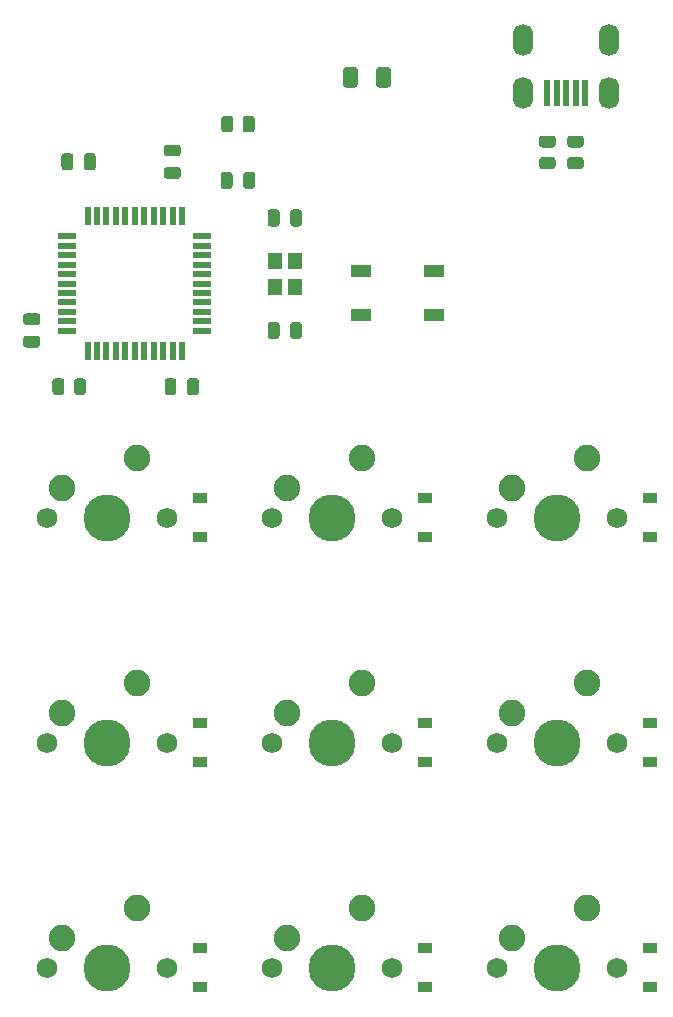
<source format=gbr>
%TF.GenerationSoftware,KiCad,Pcbnew,(5.1.9)-1*%
%TF.CreationDate,2021-02-16T15:15:00-07:00*%
%TF.ProjectId,keyboard_design_example,6b657962-6f61-4726-945f-64657369676e,rev?*%
%TF.SameCoordinates,Original*%
%TF.FileFunction,Soldermask,Bot*%
%TF.FilePolarity,Negative*%
%FSLAX46Y46*%
G04 Gerber Fmt 4.6, Leading zero omitted, Abs format (unit mm)*
G04 Created by KiCad (PCBNEW (5.1.9)-1) date 2021-02-16 15:15:00*
%MOMM*%
%LPD*%
G01*
G04 APERTURE LIST*
%ADD10C,2.250000*%
%ADD11C,3.987800*%
%ADD12C,1.750000*%
%ADD13R,1.500000X0.550000*%
%ADD14R,0.550000X1.500000*%
%ADD15R,1.200000X0.900000*%
%ADD16R,1.200000X1.400000*%
%ADD17O,1.700000X2.700000*%
%ADD18R,0.500000X2.250000*%
%ADD19R,1.800000X1.100000*%
G04 APERTURE END LIST*
D10*
%TO.C,MX4*%
X24765000Y-163195000D03*
D11*
X22225000Y-168275000D03*
D10*
X18415000Y-165735000D03*
D12*
X17145000Y-168275000D03*
X27305000Y-168275000D03*
%TD*%
D10*
%TO.C,MX1*%
X24765000Y-144145000D03*
D11*
X22225000Y-149225000D03*
D10*
X18415000Y-146685000D03*
D12*
X17145000Y-149225000D03*
X27305000Y-149225000D03*
%TD*%
D10*
%TO.C,MX6*%
X62865000Y-163195000D03*
D11*
X60325000Y-168275000D03*
D10*
X56515000Y-165735000D03*
D12*
X55245000Y-168275000D03*
X65405000Y-168275000D03*
%TD*%
D10*
%TO.C,MX9*%
X62865000Y-182245000D03*
D11*
X60325000Y-187325000D03*
D10*
X56515000Y-184785000D03*
D12*
X55245000Y-187325000D03*
X65405000Y-187325000D03*
%TD*%
D10*
%TO.C,MX2*%
X43815000Y-144145000D03*
D11*
X41275000Y-149225000D03*
D10*
X37465000Y-146685000D03*
D12*
X36195000Y-149225000D03*
X46355000Y-149225000D03*
%TD*%
D10*
%TO.C,MX5*%
X43815000Y-163195000D03*
D11*
X41275000Y-168275000D03*
D10*
X37465000Y-165735000D03*
D12*
X36195000Y-168275000D03*
X46355000Y-168275000D03*
%TD*%
D13*
%TO.C,U1*%
X18906250Y-125381250D03*
X18906250Y-126181250D03*
X18906250Y-126981250D03*
X18906250Y-127781250D03*
X18906250Y-128581250D03*
X18906250Y-129381250D03*
X18906250Y-130181250D03*
X18906250Y-130981250D03*
X18906250Y-131781250D03*
X18906250Y-132581250D03*
X18906250Y-133381250D03*
D14*
X20606250Y-135081250D03*
X21406250Y-135081250D03*
X22206250Y-135081250D03*
X23006250Y-135081250D03*
X23806250Y-135081250D03*
X24606250Y-135081250D03*
X25406250Y-135081250D03*
X26206250Y-135081250D03*
X27006250Y-135081250D03*
X27806250Y-135081250D03*
X28606250Y-135081250D03*
D13*
X30306250Y-133381250D03*
X30306250Y-132581250D03*
X30306250Y-131781250D03*
X30306250Y-130981250D03*
X30306250Y-130181250D03*
X30306250Y-129381250D03*
X30306250Y-128581250D03*
X30306250Y-127781250D03*
X30306250Y-126981250D03*
X30306250Y-126181250D03*
X30306250Y-125381250D03*
D14*
X28606250Y-123681250D03*
X27806250Y-123681250D03*
X27006250Y-123681250D03*
X26206250Y-123681250D03*
X25406250Y-123681250D03*
X24606250Y-123681250D03*
X23806250Y-123681250D03*
X23006250Y-123681250D03*
X22206250Y-123681250D03*
X21406250Y-123681250D03*
X20606250Y-123681250D03*
%TD*%
D10*
%TO.C,MX8*%
X43815000Y-182245000D03*
D11*
X41275000Y-187325000D03*
D10*
X37465000Y-184785000D03*
D12*
X36195000Y-187325000D03*
X46355000Y-187325000D03*
%TD*%
D10*
%TO.C,MX7*%
X24765000Y-182245000D03*
D11*
X22225000Y-187325000D03*
D10*
X18415000Y-184785000D03*
D12*
X17145000Y-187325000D03*
X27305000Y-187325000D03*
%TD*%
D10*
%TO.C,MX3*%
X62865000Y-144145000D03*
D11*
X60325000Y-149225000D03*
D10*
X56515000Y-146685000D03*
D12*
X55245000Y-149225000D03*
X65405000Y-149225000D03*
%TD*%
D15*
%TO.C,D9*%
X68262500Y-185675000D03*
X68262500Y-188975000D03*
%TD*%
%TO.C,D8*%
X49212500Y-185675000D03*
X49212500Y-188975000D03*
%TD*%
%TO.C,D7*%
X30162500Y-185675000D03*
X30162500Y-188975000D03*
%TD*%
%TO.C,D6*%
X68262500Y-166625000D03*
X68262500Y-169925000D03*
%TD*%
%TO.C,D3*%
X68262500Y-147575000D03*
X68262500Y-150875000D03*
%TD*%
D16*
%TO.C,Y1*%
X36456250Y-127487500D03*
X36456250Y-129687500D03*
X38156250Y-129687500D03*
X38156250Y-127487500D03*
%TD*%
D17*
%TO.C,USB1*%
X57468750Y-108743750D03*
X64768750Y-108743750D03*
X64768750Y-113243750D03*
X57468750Y-113243750D03*
D18*
X59518750Y-113243750D03*
X60318750Y-113243750D03*
X61118750Y-113243750D03*
X61918750Y-113243750D03*
X62718750Y-113243750D03*
%TD*%
D19*
%TO.C,SW1*%
X49931250Y-132025000D03*
X43731250Y-128325000D03*
X49931250Y-128325000D03*
X43731250Y-132025000D03*
%TD*%
%TO.C,R4*%
G36*
G01*
X19450000Y-138562501D02*
X19450000Y-137662499D01*
G75*
G02*
X19699999Y-137412500I249999J0D01*
G01*
X20225001Y-137412500D01*
G75*
G02*
X20475000Y-137662499I0J-249999D01*
G01*
X20475000Y-138562501D01*
G75*
G02*
X20225001Y-138812500I-249999J0D01*
G01*
X19699999Y-138812500D01*
G75*
G02*
X19450000Y-138562501I0J249999D01*
G01*
G37*
G36*
G01*
X17625000Y-138562501D02*
X17625000Y-137662499D01*
G75*
G02*
X17874999Y-137412500I249999J0D01*
G01*
X18400001Y-137412500D01*
G75*
G02*
X18650000Y-137662499I0J-249999D01*
G01*
X18650000Y-138562501D01*
G75*
G02*
X18400001Y-138812500I-249999J0D01*
G01*
X17874999Y-138812500D01*
G75*
G02*
X17625000Y-138562501I0J249999D01*
G01*
G37*
%TD*%
%TO.C,R3*%
G36*
G01*
X32937500Y-115437499D02*
X32937500Y-116337501D01*
G75*
G02*
X32687501Y-116587500I-249999J0D01*
G01*
X32162499Y-116587500D01*
G75*
G02*
X31912500Y-116337501I0J249999D01*
G01*
X31912500Y-115437499D01*
G75*
G02*
X32162499Y-115187500I249999J0D01*
G01*
X32687501Y-115187500D01*
G75*
G02*
X32937500Y-115437499I0J-249999D01*
G01*
G37*
G36*
G01*
X34762500Y-115437499D02*
X34762500Y-116337501D01*
G75*
G02*
X34512501Y-116587500I-249999J0D01*
G01*
X33987499Y-116587500D01*
G75*
G02*
X33737500Y-116337501I0J249999D01*
G01*
X33737500Y-115437499D01*
G75*
G02*
X33987499Y-115187500I249999J0D01*
G01*
X34512501Y-115187500D01*
G75*
G02*
X34762500Y-115437499I0J-249999D01*
G01*
G37*
%TD*%
%TO.C,R2*%
G36*
G01*
X62362501Y-117868750D02*
X61462499Y-117868750D01*
G75*
G02*
X61212500Y-117618751I0J249999D01*
G01*
X61212500Y-117093749D01*
G75*
G02*
X61462499Y-116843750I249999J0D01*
G01*
X62362501Y-116843750D01*
G75*
G02*
X62612500Y-117093749I0J-249999D01*
G01*
X62612500Y-117618751D01*
G75*
G02*
X62362501Y-117868750I-249999J0D01*
G01*
G37*
G36*
G01*
X62362501Y-119693750D02*
X61462499Y-119693750D01*
G75*
G02*
X61212500Y-119443751I0J249999D01*
G01*
X61212500Y-118918749D01*
G75*
G02*
X61462499Y-118668750I249999J0D01*
G01*
X62362501Y-118668750D01*
G75*
G02*
X62612500Y-118918749I0J-249999D01*
G01*
X62612500Y-119443751D01*
G75*
G02*
X62362501Y-119693750I-249999J0D01*
G01*
G37*
%TD*%
%TO.C,R1*%
G36*
G01*
X59981251Y-117868750D02*
X59081249Y-117868750D01*
G75*
G02*
X58831250Y-117618751I0J249999D01*
G01*
X58831250Y-117093749D01*
G75*
G02*
X59081249Y-116843750I249999J0D01*
G01*
X59981251Y-116843750D01*
G75*
G02*
X60231250Y-117093749I0J-249999D01*
G01*
X60231250Y-117618751D01*
G75*
G02*
X59981251Y-117868750I-249999J0D01*
G01*
G37*
G36*
G01*
X59981251Y-119693750D02*
X59081249Y-119693750D01*
G75*
G02*
X58831250Y-119443751I0J249999D01*
G01*
X58831250Y-118918749D01*
G75*
G02*
X59081249Y-118668750I249999J0D01*
G01*
X59981251Y-118668750D01*
G75*
G02*
X60231250Y-118918749I0J-249999D01*
G01*
X60231250Y-119443751D01*
G75*
G02*
X59981251Y-119693750I-249999J0D01*
G01*
G37*
%TD*%
%TO.C,F1*%
G36*
G01*
X45037500Y-112543750D02*
X45037500Y-111293750D01*
G75*
G02*
X45287500Y-111043750I250000J0D01*
G01*
X46037500Y-111043750D01*
G75*
G02*
X46287500Y-111293750I0J-250000D01*
G01*
X46287500Y-112543750D01*
G75*
G02*
X46037500Y-112793750I-250000J0D01*
G01*
X45287500Y-112793750D01*
G75*
G02*
X45037500Y-112543750I0J250000D01*
G01*
G37*
G36*
G01*
X42237500Y-112543750D02*
X42237500Y-111293750D01*
G75*
G02*
X42487500Y-111043750I250000J0D01*
G01*
X43237500Y-111043750D01*
G75*
G02*
X43487500Y-111293750I0J-250000D01*
G01*
X43487500Y-112543750D01*
G75*
G02*
X43237500Y-112793750I-250000J0D01*
G01*
X42487500Y-112793750D01*
G75*
G02*
X42237500Y-112543750I0J250000D01*
G01*
G37*
%TD*%
D15*
%TO.C,D5*%
X49212500Y-166625000D03*
X49212500Y-169925000D03*
%TD*%
%TO.C,D4*%
X30162500Y-166625000D03*
X30162500Y-169925000D03*
%TD*%
%TO.C,D2*%
X49212500Y-147575000D03*
X49212500Y-150875000D03*
%TD*%
%TO.C,D1*%
X30162500Y-147575000D03*
X30162500Y-150875000D03*
%TD*%
%TO.C,C7*%
G36*
G01*
X28256250Y-118612500D02*
X27306250Y-118612500D01*
G75*
G02*
X27056250Y-118362500I0J250000D01*
G01*
X27056250Y-117862500D01*
G75*
G02*
X27306250Y-117612500I250000J0D01*
G01*
X28256250Y-117612500D01*
G75*
G02*
X28506250Y-117862500I0J-250000D01*
G01*
X28506250Y-118362500D01*
G75*
G02*
X28256250Y-118612500I-250000J0D01*
G01*
G37*
G36*
G01*
X28256250Y-120512500D02*
X27306250Y-120512500D01*
G75*
G02*
X27056250Y-120262500I0J250000D01*
G01*
X27056250Y-119762500D01*
G75*
G02*
X27306250Y-119512500I250000J0D01*
G01*
X28256250Y-119512500D01*
G75*
G02*
X28506250Y-119762500I0J-250000D01*
G01*
X28506250Y-120262500D01*
G75*
G02*
X28256250Y-120512500I-250000J0D01*
G01*
G37*
%TD*%
%TO.C,C6*%
G36*
G01*
X37756250Y-133825000D02*
X37756250Y-132875000D01*
G75*
G02*
X38006250Y-132625000I250000J0D01*
G01*
X38506250Y-132625000D01*
G75*
G02*
X38756250Y-132875000I0J-250000D01*
G01*
X38756250Y-133825000D01*
G75*
G02*
X38506250Y-134075000I-250000J0D01*
G01*
X38006250Y-134075000D01*
G75*
G02*
X37756250Y-133825000I0J250000D01*
G01*
G37*
G36*
G01*
X35856250Y-133825000D02*
X35856250Y-132875000D01*
G75*
G02*
X36106250Y-132625000I250000J0D01*
G01*
X36606250Y-132625000D01*
G75*
G02*
X36856250Y-132875000I0J-250000D01*
G01*
X36856250Y-133825000D01*
G75*
G02*
X36606250Y-134075000I-250000J0D01*
G01*
X36106250Y-134075000D01*
G75*
G02*
X35856250Y-133825000I0J250000D01*
G01*
G37*
%TD*%
%TO.C,C5*%
G36*
G01*
X36856250Y-123350000D02*
X36856250Y-124300000D01*
G75*
G02*
X36606250Y-124550000I-250000J0D01*
G01*
X36106250Y-124550000D01*
G75*
G02*
X35856250Y-124300000I0J250000D01*
G01*
X35856250Y-123350000D01*
G75*
G02*
X36106250Y-123100000I250000J0D01*
G01*
X36606250Y-123100000D01*
G75*
G02*
X36856250Y-123350000I0J-250000D01*
G01*
G37*
G36*
G01*
X38756250Y-123350000D02*
X38756250Y-124300000D01*
G75*
G02*
X38506250Y-124550000I-250000J0D01*
G01*
X38006250Y-124550000D01*
G75*
G02*
X37756250Y-124300000I0J250000D01*
G01*
X37756250Y-123350000D01*
G75*
G02*
X38006250Y-123100000I250000J0D01*
G01*
X38506250Y-123100000D01*
G75*
G02*
X38756250Y-123350000I0J-250000D01*
G01*
G37*
%TD*%
%TO.C,C4*%
G36*
G01*
X19393750Y-118587500D02*
X19393750Y-119537500D01*
G75*
G02*
X19143750Y-119787500I-250000J0D01*
G01*
X18643750Y-119787500D01*
G75*
G02*
X18393750Y-119537500I0J250000D01*
G01*
X18393750Y-118587500D01*
G75*
G02*
X18643750Y-118337500I250000J0D01*
G01*
X19143750Y-118337500D01*
G75*
G02*
X19393750Y-118587500I0J-250000D01*
G01*
G37*
G36*
G01*
X21293750Y-118587500D02*
X21293750Y-119537500D01*
G75*
G02*
X21043750Y-119787500I-250000J0D01*
G01*
X20543750Y-119787500D01*
G75*
G02*
X20293750Y-119537500I0J250000D01*
G01*
X20293750Y-118587500D01*
G75*
G02*
X20543750Y-118337500I250000J0D01*
G01*
X21043750Y-118337500D01*
G75*
G02*
X21293750Y-118587500I0J-250000D01*
G01*
G37*
%TD*%
%TO.C,C3*%
G36*
G01*
X33787500Y-121125000D02*
X33787500Y-120175000D01*
G75*
G02*
X34037500Y-119925000I250000J0D01*
G01*
X34537500Y-119925000D01*
G75*
G02*
X34787500Y-120175000I0J-250000D01*
G01*
X34787500Y-121125000D01*
G75*
G02*
X34537500Y-121375000I-250000J0D01*
G01*
X34037500Y-121375000D01*
G75*
G02*
X33787500Y-121125000I0J250000D01*
G01*
G37*
G36*
G01*
X31887500Y-121125000D02*
X31887500Y-120175000D01*
G75*
G02*
X32137500Y-119925000I250000J0D01*
G01*
X32637500Y-119925000D01*
G75*
G02*
X32887500Y-120175000I0J-250000D01*
G01*
X32887500Y-121125000D01*
G75*
G02*
X32637500Y-121375000I-250000J0D01*
G01*
X32137500Y-121375000D01*
G75*
G02*
X31887500Y-121125000I0J250000D01*
G01*
G37*
%TD*%
%TO.C,C2*%
G36*
G01*
X29025000Y-138587500D02*
X29025000Y-137637500D01*
G75*
G02*
X29275000Y-137387500I250000J0D01*
G01*
X29775000Y-137387500D01*
G75*
G02*
X30025000Y-137637500I0J-250000D01*
G01*
X30025000Y-138587500D01*
G75*
G02*
X29775000Y-138837500I-250000J0D01*
G01*
X29275000Y-138837500D01*
G75*
G02*
X29025000Y-138587500I0J250000D01*
G01*
G37*
G36*
G01*
X27125000Y-138587500D02*
X27125000Y-137637500D01*
G75*
G02*
X27375000Y-137387500I250000J0D01*
G01*
X27875000Y-137387500D01*
G75*
G02*
X28125000Y-137637500I0J-250000D01*
G01*
X28125000Y-138587500D01*
G75*
G02*
X27875000Y-138837500I-250000J0D01*
G01*
X27375000Y-138837500D01*
G75*
G02*
X27125000Y-138587500I0J250000D01*
G01*
G37*
%TD*%
%TO.C,C1*%
G36*
G01*
X16350000Y-132900000D02*
X15400000Y-132900000D01*
G75*
G02*
X15150000Y-132650000I0J250000D01*
G01*
X15150000Y-132150000D01*
G75*
G02*
X15400000Y-131900000I250000J0D01*
G01*
X16350000Y-131900000D01*
G75*
G02*
X16600000Y-132150000I0J-250000D01*
G01*
X16600000Y-132650000D01*
G75*
G02*
X16350000Y-132900000I-250000J0D01*
G01*
G37*
G36*
G01*
X16350000Y-134800000D02*
X15400000Y-134800000D01*
G75*
G02*
X15150000Y-134550000I0J250000D01*
G01*
X15150000Y-134050000D01*
G75*
G02*
X15400000Y-133800000I250000J0D01*
G01*
X16350000Y-133800000D01*
G75*
G02*
X16600000Y-134050000I0J-250000D01*
G01*
X16600000Y-134550000D01*
G75*
G02*
X16350000Y-134800000I-250000J0D01*
G01*
G37*
%TD*%
M02*

</source>
